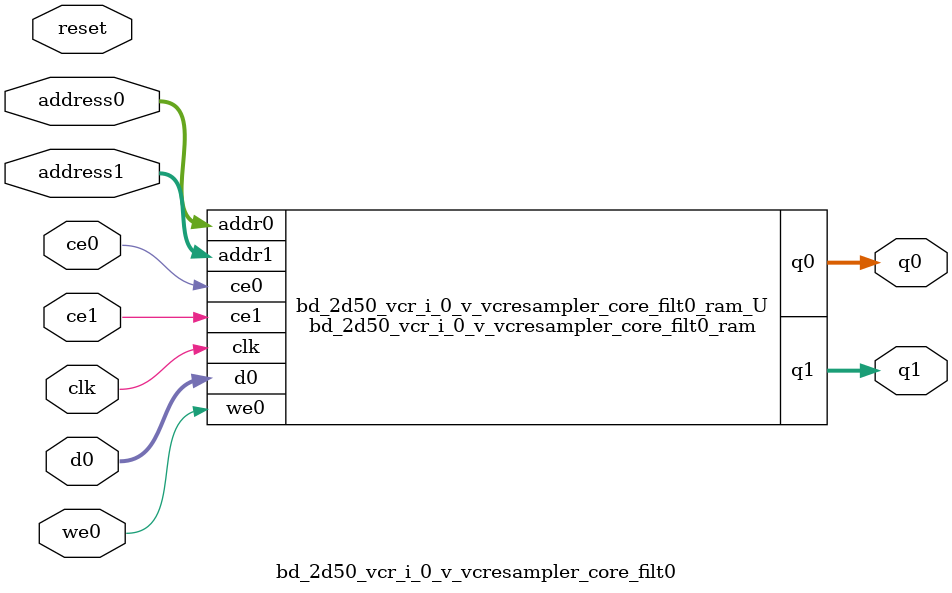
<source format=v>
`timescale 1 ns / 1 ps
module bd_2d50_vcr_i_0_v_vcresampler_core_filt0_ram (addr0, ce0, d0, we0, q0, addr1, ce1, q1,  clk);

parameter DWIDTH = 16;
parameter AWIDTH = 2;
parameter MEM_SIZE = 4;

input[AWIDTH-1:0] addr0;
input ce0;
input[DWIDTH-1:0] d0;
input we0;
output reg[DWIDTH-1:0] q0;
input[AWIDTH-1:0] addr1;
input ce1;
output reg[DWIDTH-1:0] q1;
input clk;

(* ram_style = "distributed" *)reg [DWIDTH-1:0] ram[0:MEM_SIZE-1];




always @(posedge clk)  
begin 
    if (ce0) 
    begin
        if (we0) 
        begin 
            ram[addr0] <= d0; 
        end 
        q0 <= ram[addr0];
    end
end


always @(posedge clk)  
begin 
    if (ce1) 
    begin
        q1 <= ram[addr1];
    end
end


endmodule

`timescale 1 ns / 1 ps
module bd_2d50_vcr_i_0_v_vcresampler_core_filt0(
    reset,
    clk,
    address0,
    ce0,
    we0,
    d0,
    q0,
    address1,
    ce1,
    q1);

parameter DataWidth = 32'd16;
parameter AddressRange = 32'd4;
parameter AddressWidth = 32'd2;
input reset;
input clk;
input[AddressWidth - 1:0] address0;
input ce0;
input we0;
input[DataWidth - 1:0] d0;
output[DataWidth - 1:0] q0;
input[AddressWidth - 1:0] address1;
input ce1;
output[DataWidth - 1:0] q1;



bd_2d50_vcr_i_0_v_vcresampler_core_filt0_ram bd_2d50_vcr_i_0_v_vcresampler_core_filt0_ram_U(
    .clk( clk ),
    .addr0( address0 ),
    .ce0( ce0 ),
    .we0( we0 ),
    .d0( d0 ),
    .q0( q0 ),
    .addr1( address1 ),
    .ce1( ce1 ),
    .q1( q1 ));

endmodule


</source>
